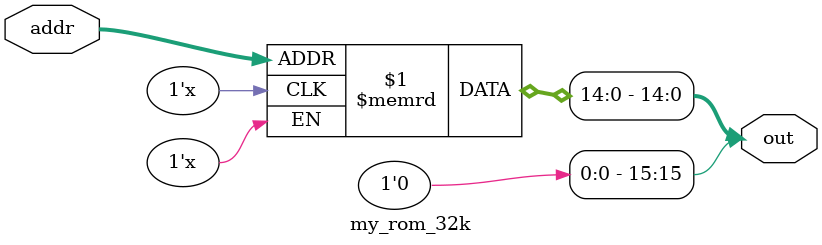
<source format=sv>
`define my_rom_32k 1

module my_rom_32k(out, addr);
  input [14:0] addr;
  output [15:0] out;
  reg[14:0] memory[32767:0];
  assign out = memory[addr];
endmodule
</source>
